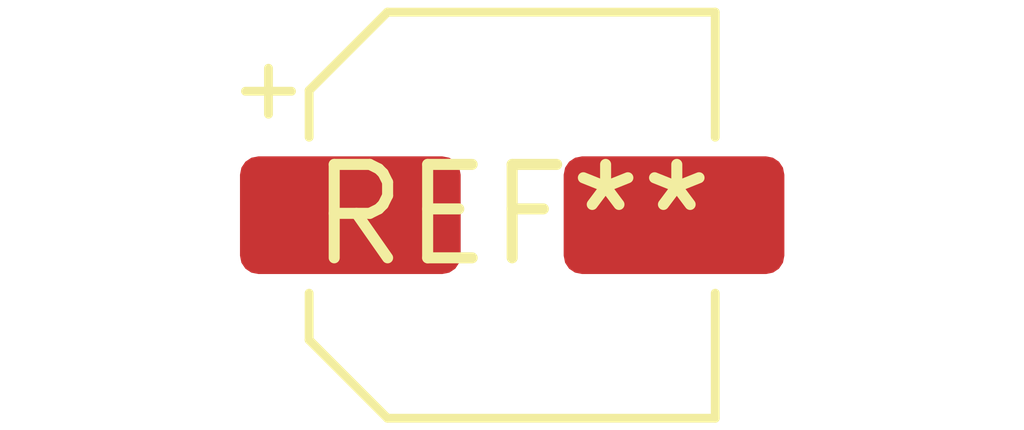
<source format=kicad_pcb>
(kicad_pcb (version 20240108) (generator pcbnew)
  (layers (0 "F.Cu" signal) (31 "B.Cu" signal) (34 "B.Paste" user) (35 "F.Paste" user) (36 "B.SilkS" user "B.Silkscreen") (37 "F.SilkS" user "F.Silkscreen") (38 "B.Mask" user) (39 "F.Mask" user) (44 "Edge.Cuts" user))
  (net 0 "")
  (footprint "CP_Elec_5x5.7" (layer "F.Cu") (at 0 0)
    (property "Reference" "REF**")
    (property "Value" "CP_Elec_5x5.7")
    (fp_line (start -3.625 -1.685) (end -3 -1.685) (layer "F.SilkS") (stroke (width 0.12)))
    (fp_line (start -3.3125 -1.9975) (end -3.3125 -1.3725) (layer "F.SilkS") (stroke (width 0.12)))
    (fp_line (start -2.76 -1.695563) (end -2.76 -1.06) (layer "F.SilkS") (stroke (width 0.12)))
    (fp_line (start -2.76 -1.695563) (end -1.695563 -2.76) (layer "F.SilkS") (stroke (width 0.12)))
    (fp_line (start -2.76 1.695563) (end -2.76 1.06) (layer "F.SilkS") (stroke (width 0.12)))
    (fp_line (start -2.76 1.695563) (end -1.695563 2.76) (layer "F.SilkS") (stroke (width 0.12)))
    (fp_line (start -1.695563 -2.76) (end 2.76 -2.76) (layer "F.SilkS") (stroke (width 0.12)))
    (fp_line (start -1.695563 2.76) (end 2.76 2.76) (layer "F.SilkS") (stroke (width 0.12)))
    (fp_line (start 2.76 -2.76) (end 2.76 -1.06) (layer "F.SilkS") (stroke (width 0.12)))
    (fp_line (start 2.76 2.76) (end 2.76 1.06) (layer "F.SilkS") (stroke (width 0.12)))
    (pad "1" smd roundrect (at -2.2 0) (size 3 1.6) (layers "F.Cu" "F.Paste" "F.Mask") (roundrect_rratio 0.15625))
    (pad "2" smd roundrect (at 2.2 0) (size 3 1.6) (layers "F.Cu" "F.Paste" "F.Mask") (roundrect_rratio 0.15625))
  )
)
</source>
